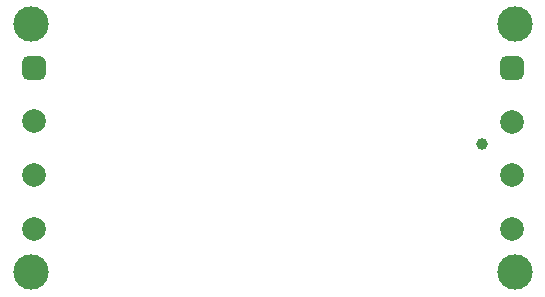
<source format=gbs>
G04 Layer_Color=48896*
%FSAX44Y44*%
%MOMM*%
G71*
G01*
G75*
%ADD12C,1.0000*%
%ADD30C,2.0000*%
G04:AMPARAMS|DCode=31|XSize=2mm|YSize=2mm|CornerRadius=0.5mm|HoleSize=0mm|Usage=FLASHONLY|Rotation=270.000|XOffset=0mm|YOffset=0mm|HoleType=Round|Shape=RoundedRectangle|*
%AMROUNDEDRECTD31*
21,1,2.0000,1.0000,0,0,270.0*
21,1,1.0000,2.0000,0,0,270.0*
1,1,1.0000,-0.5000,-0.5000*
1,1,1.0000,-0.5000,0.5000*
1,1,1.0000,0.5000,0.5000*
1,1,1.0000,0.5000,-0.5000*
%
%ADD31ROUNDEDRECTD31*%
%ADD32C,3.0000*%
D12*
X07122247Y08528250D02*
D03*
D30*
X06742500Y08547733D02*
D03*
Y08502267D02*
D03*
Y08456800D02*
D03*
X07147500Y08547400D02*
D03*
Y08502600D02*
D03*
Y08456800D02*
D03*
D31*
X06742500Y08593200D02*
D03*
X07147500D02*
D03*
D32*
X06740000Y08420000D02*
D03*
X07150000D02*
D03*
X07150000Y08630000D02*
D03*
X06740000D02*
D03*
M02*

</source>
